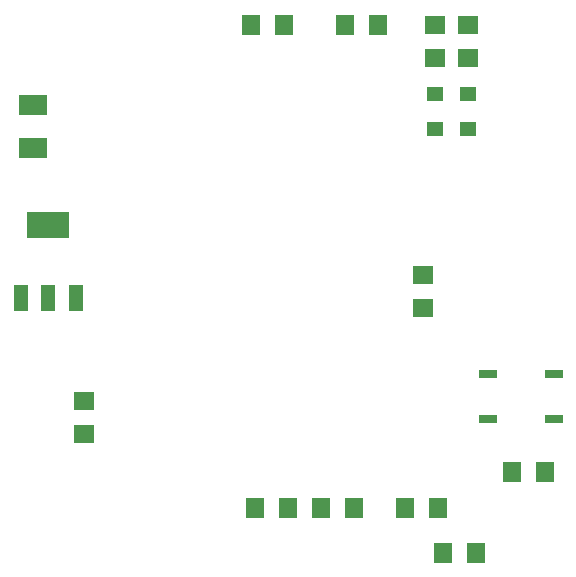
<source format=gtp>
G75*
%MOIN*%
%OFA0B0*%
%FSLAX25Y25*%
%IPPOS*%
%LPD*%
%AMOC8*
5,1,8,0,0,1.08239X$1,22.5*
%
%ADD10R,0.06299X0.07087*%
%ADD11R,0.07087X0.06299*%
%ADD12R,0.05512X0.04724*%
%ADD13R,0.06000X0.03000*%
%ADD14R,0.04800X0.08800*%
%ADD15R,0.14173X0.08661*%
%ADD16R,0.09449X0.06693*%
D10*
X0197322Y0029000D03*
X0208345Y0029000D03*
X0219322Y0029000D03*
X0230345Y0029000D03*
X0247322Y0029000D03*
X0258345Y0029000D03*
X0282822Y0041000D03*
X0293845Y0041000D03*
X0270845Y0014000D03*
X0259822Y0014000D03*
X0238345Y0190000D03*
X0227322Y0190000D03*
X0206845Y0190000D03*
X0195822Y0190000D03*
D11*
X0140333Y0053488D03*
X0140333Y0064512D03*
X0253333Y0095488D03*
X0253333Y0106512D03*
X0257333Y0178988D03*
X0268333Y0178988D03*
X0268333Y0190012D03*
X0257333Y0190012D03*
D12*
X0257333Y0166906D03*
X0268333Y0166906D03*
X0268333Y0155094D03*
X0257333Y0155094D03*
D13*
X0274833Y0073500D03*
X0274833Y0058500D03*
X0296833Y0058500D03*
X0296833Y0073500D03*
D14*
X0137433Y0098800D03*
X0128333Y0098800D03*
X0119233Y0098800D03*
D15*
X0128333Y0123201D03*
D16*
X0123333Y0148717D03*
X0123333Y0163283D03*
M02*

</source>
